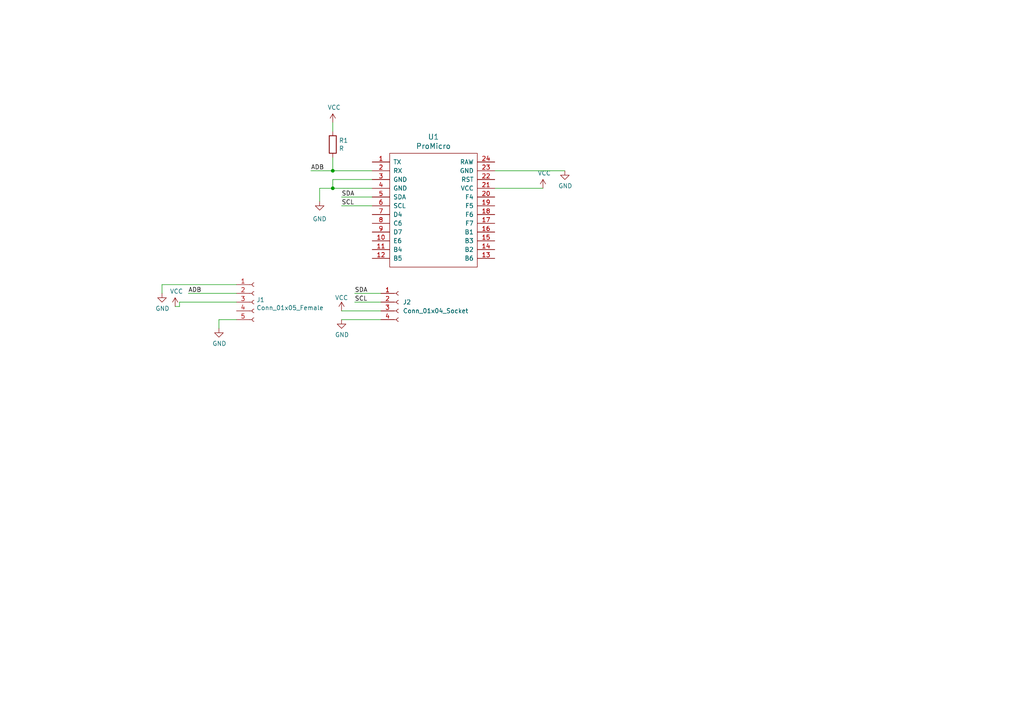
<source format=kicad_sch>
(kicad_sch (version 20230121) (generator eeschema)
  (paper "A4")
  (lib_symbols
    (symbol "Connector:Conn_01x04_Socket" (pin_names (offset 1.016) hide)
      (property "Reference" "J" (at 0 5.08 0))
      (property "Value" "Conn_01x04_Socket" (at 0 -7.62 0))
      (symbol "Conn_01x04_Socket_1_1"
        (arc (start 0 -4.572) (mid -0.5058 -5.08) (end 0 -5.588) (stroke (width 0.1524)))
        (arc (start 0 -2.032) (mid -0.5058 -2.54) (end 0 -3.048) (stroke (width 0.1524)))
        (polyline (pts (xy -1.27 -5.08) (xy -0.508 -5.08)) (stroke (width 0.1524)))
        (polyline (pts (xy -1.27 -2.54) (xy -0.508 -2.54)) (stroke (width 0.1524)))
        (polyline (pts (xy -1.27 0) (xy -0.508 0)) (stroke (width 0.1524)))
        (polyline (pts (xy -1.27 2.54) (xy -0.508 2.54)) (stroke (width 0.1524)))
        (arc (start 0 0.508) (mid -0.5058 0) (end 0 -0.508) (stroke (width 0.1524)))
        (arc (start 0 3.048) (mid -0.5058 2.54) (end 0 2.032) (stroke (width 0.1524)))
        (pin passive line (at -5.08 2.54 0) (length 3.81) (name "Pin_1") (number "1"))
        (pin passive line (at -5.08 0 0) (length 3.81) (name "Pin_2") (number "2"))
        (pin passive line (at -5.08 -2.54 0) (length 3.81) (name "Pin_3") (number "3"))
        (pin passive line (at -5.08 -5.08 0) (length 3.81) (name "Pin_4") (number "4"))
      )
    )
    (symbol "Device:R" (pin_numbers hide) (pin_names (offset 0))
      (property "Reference" "R" (at 2.032 0 90))
      (property "Value" "R" (at 0 0 90))
      (symbol "R_0_1"
        (rectangle (start -1.016 -2.54) (end 1.016 2.54) (stroke (width 0.254)))
      )
      (symbol "R_1_1"
        (pin passive line (at 0 3.81 270) (length 1.27) (name "~") (number "1"))
        (pin passive line (at 0 -3.81 90) (length 1.27) (name "~") (number "2"))
      )
    )
    (symbol "adb-usb-converter-rescue:Conn_01x05_Female-Connector" (pin_names (offset 1.016) hide)
      (property "Reference" "J" (at 0 7.62 0))
      (property "Value" "Connector_Conn_01x05_Female" (at 0 -7.62 0))
      (symbol "Conn_01x05_Female-Connector_1_1"
        (arc (start 0 -4.572) (mid -0.5058 -5.08) (end 0 -5.588) (stroke (width 0.1524)))
        (arc (start 0 -2.032) (mid -0.5058 -2.54) (end 0 -3.048) (stroke (width 0.1524)))
        (polyline (pts (xy -1.27 -5.08) (xy -0.508 -5.08)) (stroke (width 0.1524)))
        (polyline (pts (xy -1.27 -2.54) (xy -0.508 -2.54)) (stroke (width 0.1524)))
        (polyline (pts (xy -1.27 0) (xy -0.508 0)) (stroke (width 0.1524)))
        (polyline (pts (xy -1.27 2.54) (xy -0.508 2.54)) (stroke (width 0.1524)))
        (polyline (pts (xy -1.27 5.08) (xy -0.508 5.08)) (stroke (width 0.1524)))
        (arc (start 0 0.508) (mid -0.5058 0) (end 0 -0.508) (stroke (width 0.1524)))
        (arc (start 0 3.048) (mid -0.5058 2.54) (end 0 2.032) (stroke (width 0.1524)))
        (arc (start 0 5.588) (mid -0.5058 5.08) (end 0 4.572) (stroke (width 0.1524)))
        (pin passive line (at -5.08 5.08 0) (length 3.81) (name "Pin_1") (number "1"))
        (pin passive line (at -5.08 2.54 0) (length 3.81) (name "Pin_2") (number "2"))
        (pin passive line (at -5.08 0 0) (length 3.81) (name "Pin_3") (number "3"))
        (pin passive line (at -5.08 -2.54 0) (length 3.81) (name "Pin_4") (number "4"))
        (pin passive line (at -5.08 -5.08 0) (length 3.81) (name "Pin_5") (number "5"))
      )
    )
    (symbol "adb-usb-converter-rescue:ProMicro-promicro" (pin_names (offset 1.016))
      (property "Reference" "U" (at 0 24.13 0))
      (property "Value" "promicro_ProMicro" (at 0 -13.97 0))
      (symbol "ProMicro-promicro_0_1"
        (rectangle (start -12.7 21.59) (end 12.7 -11.43))
      )
      (symbol "ProMicro-promicro_1_1"
        (pin bidirectional line (at -17.78 19.05 0) (length 5.08) (name "TX") (number "1"))
        (pin bidirectional line (at -17.78 -3.81 0) (length 5.08) (name "E6") (number "10"))
        (pin bidirectional line (at -17.78 -6.35 0) (length 5.08) (name "B4") (number "11"))
        (pin bidirectional line (at -17.78 -8.89 0) (length 5.08) (name "B5") (number "12"))
        (pin bidirectional line (at 17.78 -8.89 180) (length 5.08) (name "B6") (number "13"))
        (pin bidirectional line (at 17.78 -6.35 180) (length 5.08) (name "B2") (number "14"))
        (pin bidirectional line (at 17.78 -3.81 180) (length 5.08) (name "B3") (number "15"))
        (pin bidirectional line (at 17.78 -1.27 180) (length 5.08) (name "B1") (number "16"))
        (pin bidirectional line (at 17.78 1.27 180) (length 5.08) (name "F7") (number "17"))
        (pin bidirectional line (at 17.78 3.81 180) (length 5.08) (name "F6") (number "18"))
        (pin bidirectional line (at 17.78 6.35 180) (length 5.08) (name "F5") (number "19"))
        (pin bidirectional line (at -17.78 16.51 0) (length 5.08) (name "RX") (number "2"))
        (pin bidirectional line (at 17.78 8.89 180) (length 5.08) (name "F4") (number "20"))
        (pin power_in line (at 17.78 11.43 180) (length 5.08) (name "VCC") (number "21"))
        (pin input line (at 17.78 13.97 180) (length 5.08) (name "RST") (number "22"))
        (pin power_in line (at 17.78 16.51 180) (length 5.08) (name "GND") (number "23"))
        (pin power_out line (at 17.78 19.05 180) (length 5.08) (name "RAW") (number "24"))
        (pin power_in line (at -17.78 13.97 0) (length 5.08) (name "GND") (number "3"))
        (pin power_in line (at -17.78 11.43 0) (length 5.08) (name "GND") (number "4"))
        (pin bidirectional line (at -17.78 8.89 0) (length 5.08) (name "SDA") (number "5"))
        (pin bidirectional line (at -17.78 6.35 0) (length 5.08) (name "SCL") (number "6"))
        (pin bidirectional line (at -17.78 3.81 0) (length 5.08) (name "D4") (number "7"))
        (pin bidirectional line (at -17.78 1.27 0) (length 5.08) (name "C6") (number "8"))
        (pin bidirectional line (at -17.78 -1.27 0) (length 5.08) (name "D7") (number "9"))
      )
    )
    (symbol "power:GND" (power) (pin_names (offset 0))
      (property "Value" "GND" (at 0 -3.81 0))
      (symbol "GND_0_1"
        (polyline (pts (xy 0 0) (xy 0 -1.27) (xy 1.27 -1.27) (xy 0 -2.54) (xy -1.27 -1.27) (xy 0 -1.27)))
      )
      (symbol "GND_1_1"
        (pin power_in line (at 0 0 270) (length 0) hide (name "GND") (number "1"))
      )
    )
    (symbol "power:VCC" (power) (pin_names (offset 0))
      (property "Value" "VCC" (at 0 3.81 0))
      (symbol "VCC_0_1"
        (polyline (pts (xy -0.762 1.27) (xy 0 2.54)))
        (polyline (pts (xy 0 0) (xy 0 2.54)))
        (polyline (pts (xy 0 2.54) (xy 0.762 1.27)))
      )
      (symbol "VCC_1_1"
        (pin power_in line (at 0 0 90) (length 0) hide (name "VCC") (number "1"))
      )
    )
  )
  (junction (at 96.52 49.53))
  (junction (at 96.52 54.61))
  (wire (pts (xy 96.52 45.72) (xy 96.52 49.53)))
  (wire (pts (xy 52.07 87.63) (xy 68.58 87.63)))
  (wire (pts (xy 96.52 35.56) (xy 96.52 38.1)))
  (wire (pts (xy 99.06 57.15) (xy 107.95 57.15)))
  (wire (pts (xy 90.17 49.53) (xy 96.52 49.53)))
  (wire (pts (xy 96.52 52.07) (xy 96.52 54.61)))
  (wire (pts (xy 96.52 52.07) (xy 107.95 52.07)))
  (wire (pts (xy 46.99 82.55) (xy 46.99 85.09)))
  (wire (pts (xy 96.52 49.53) (xy 107.95 49.53)))
  (wire (pts (xy 68.58 85.09) (xy 54.61 85.09)))
  (wire (pts (xy 68.58 82.55) (xy 46.99 82.55)))
  (wire (pts (xy 143.51 54.61) (xy 157.48 54.61)))
  (wire (pts (xy 92.71 54.61) (xy 96.52 54.61)))
  (wire (pts (xy 102.87 85.09) (xy 110.49 85.09)))
  (wire (pts (xy 52.07 88.9) (xy 52.07 87.63)))
  (wire (pts (xy 99.06 92.71) (xy 110.49 92.71)))
  (wire (pts (xy 63.5 92.71) (xy 63.5 95.25)))
  (wire (pts (xy 102.87 87.63) (xy 110.49 87.63)))
  (wire (pts (xy 92.71 54.61) (xy 92.71 58.42)))
  (wire (pts (xy 96.52 54.61) (xy 107.95 54.61)))
  (wire (pts (xy 110.49 90.17) (xy 99.06 90.17)))
  (wire (pts (xy 99.06 59.69) (xy 107.95 59.69)))
  (wire (pts (xy 143.51 49.53) (xy 163.83 49.53)))
  (wire (pts (xy 68.58 92.71) (xy 63.5 92.71)))
  (wire (pts (xy 52.07 88.9) (xy 50.8 88.9)))
  (label "SCL" (at 102.87 87.63 0))
  (label "SDA" (at 99.06 57.15 0))
  (label "ADB" (at 90.17 49.53 0))
  (label "SDA" (at 102.87 85.09 0))
  (label "ADB" (at 54.61 85.09 0))
  (label "SCL" (at 99.06 59.69 0))
  (symbol (lib_id "adb-usb-converter-rescue:ProMicro-promicro") (at 125.73 66.04 0) (unit 1)
    (property "Reference" "U1" (at 125.73 39.7002 0) (effects (font (size 1.524 1.524))))
    (property "Value" "ProMicro" (at 125.73 42.3926 0) (effects (font (size 1.524 1.524))))
    (property "Footprint" "promicro:ProMicro-NoSilk" (effects hide))
  )
  (symbol (lib_id "power:GND") (at 163.83 49.53 0) (unit 1)
    (property "Reference" "#PWR06" (effects hide))
    (property "Value" "GND" (at 163.957 53.9242 0))
  )
  (symbol (lib_id "power:VCC") (at 157.48 54.61 0) (unit 1)
    (property "Reference" "#PWR05" (effects hide))
    (property "Value" "VCC" (at 157.861 50.2158 0))
  )
  (symbol (lib_id "Device:R") (at 96.52 41.91 0) (unit 1)
    (property "Reference" "R1" (at 98.298 40.7416 0) (effects (justify left)))
    (property "Value" "R" (at 98.298 43.053 0) (effects (justify left)))
    (property "Footprint" "Resistor_THT:R_Axial_DIN0204_L3.6mm_D1.6mm_P7.62mm_Horizontal" (effects hide))
  )
  (symbol (lib_id "power:VCC") (at 96.52 35.56 0) (unit 1)
    (property "Reference" "#PWR04" (effects hide))
    (property "Value" "VCC" (at 96.901 31.1658 0))
  )
  (symbol (lib_id "adb-usb-converter-rescue:Conn_01x05_Female-Connector") (at 73.66 87.63 0) (unit 1)
    (property "Reference" "J1" (at 74.3712 86.9696 0) (effects (justify left)))
    (property "Value" "Conn_01x05_Female" (at 74.3712 89.281 0) (effects (justify left)))
    (property "Footprint" "kicad-footprints-perso:adb_connector" (effects hide))
  )
  (symbol (lib_id "power:GND") (at 46.99 85.09 0) (unit 1)
    (property "Reference" "#PWR01" (effects hide))
    (property "Value" "GND" (at 47.117 89.4842 0))
  )
  (symbol (lib_id "power:VCC") (at 50.8 88.9 0) (unit 1)
    (property "Reference" "#PWR02" (effects hide))
    (property "Value" "VCC" (at 51.181 84.5058 0))
  )
  (symbol (lib_id "power:GND") (at 63.5 95.25 0) (unit 1)
    (property "Reference" "#PWR03" (effects hide))
    (property "Value" "GND" (at 63.627 99.6442 0))
  )
  (symbol (lib_id "power:GND") (at 92.71 58.42 0) (unit 1)
    (property "Reference" "#PWR0101" (effects hide))
    (property "Value" "GND" (at 92.71 63.5 0))
  )
  (symbol (lib_id "power:GND") (at 99.06 92.71 0) (unit 1)
    (property "Reference" "#PWR07" (effects hide))
    (property "Value" "GND" (at 99.187 97.1042 0))
  )
  (symbol (lib_id "power:VCC") (at 99.06 90.17 0) (unit 1)
    (property "Reference" "#PWR08" (effects hide))
    (property "Value" "VCC" (at 99.06 86.36 0))
  )
  (symbol (lib_id "Connector:Conn_01x04_Socket") (at 115.57 87.63 0) (unit 1)
    (property "Reference" "J2" (at 116.84 87.63 0) (effects (justify left)))
    (property "Value" "Conn_01x04_Socket" (at 116.84 90.17 0) (effects (justify left)))
    (property "Footprint" "Connector_PinHeader_2.54mm:PinHeader_1x04_P2.54mm_Vertical" (effects hide))
  )
)
</source>
